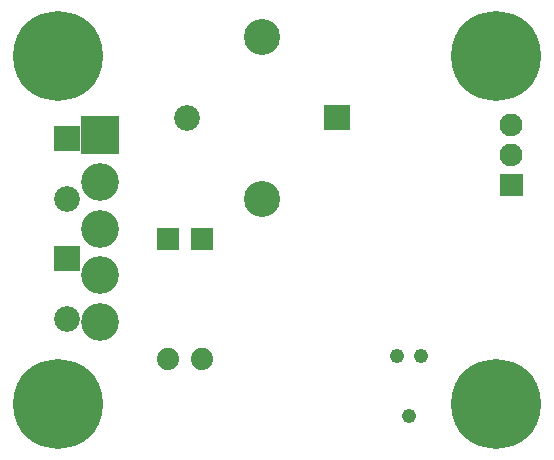
<source format=gbr>
G04 start of page 8 for group -4062 idx -4062 *
G04 Title: (unknown), soldermask *
G04 Creator: pcb 20140316 *
G04 CreationDate: Thu 21 Jan 2016 04:01:36 PM GMT UTC *
G04 For: ndholmes *
G04 Format: Gerber/RS-274X *
G04 PCB-Dimensions (mil): 1800.00 1500.00 *
G04 PCB-Coordinate-Origin: lower left *
%MOIN*%
%FSLAX25Y25*%
%LNBOTTOMMASK*%
%ADD86C,0.1260*%
%ADD85C,0.0860*%
%ADD84C,0.0760*%
%ADD83C,0.2997*%
%ADD82C,0.0490*%
%ADD81C,0.0740*%
%ADD80C,0.1200*%
%ADD79C,0.0001*%
G54D79*G36*
X105700Y116800D02*Y108200D01*
X114300D01*
Y116800D01*
X105700D01*
G37*
G54D80*X85000Y85500D03*
Y139500D03*
G54D81*X53500Y32000D03*
G54D82*X134000Y13000D03*
X130000Y33000D03*
X138000D03*
G54D81*X65000Y32000D03*
G54D83*X163000Y133000D03*
G54D79*G36*
X164200Y93800D02*Y86200D01*
X171800D01*
Y93800D01*
X164200D01*
G37*
G54D84*X168000Y100000D03*
Y110000D03*
G54D83*X163000Y17000D03*
G54D79*G36*
X61300Y75700D02*Y68300D01*
X68700D01*
Y75700D01*
X61300D01*
G37*
G54D85*X60000Y112500D03*
G54D83*X17000Y133000D03*
G54D79*G36*
X24700Y113000D02*Y100400D01*
X37300D01*
Y113000D01*
X24700D01*
G37*
G54D86*X31000Y91100D03*
G54D79*G36*
X15700Y109800D02*Y101200D01*
X24300D01*
Y109800D01*
X15700D01*
G37*
G54D83*X17000Y17000D03*
G54D86*X31000Y75500D03*
Y59900D03*
Y44300D03*
G54D79*G36*
X15700Y69800D02*Y61200D01*
X24300D01*
Y69800D01*
X15700D01*
G37*
G54D85*X20000Y45500D03*
Y85500D03*
G54D79*G36*
X49800Y75700D02*Y68300D01*
X57200D01*
Y75700D01*
X49800D01*
G37*
M02*

</source>
